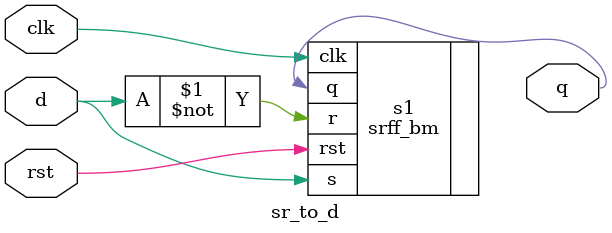
<source format=v>
module sr_to_d(output q,input d,clk,rst);
	srff_bm s1 (.clk(clk),.rst(rst),.s(d),.r(~d),.q(q));
endmodule 
</source>
